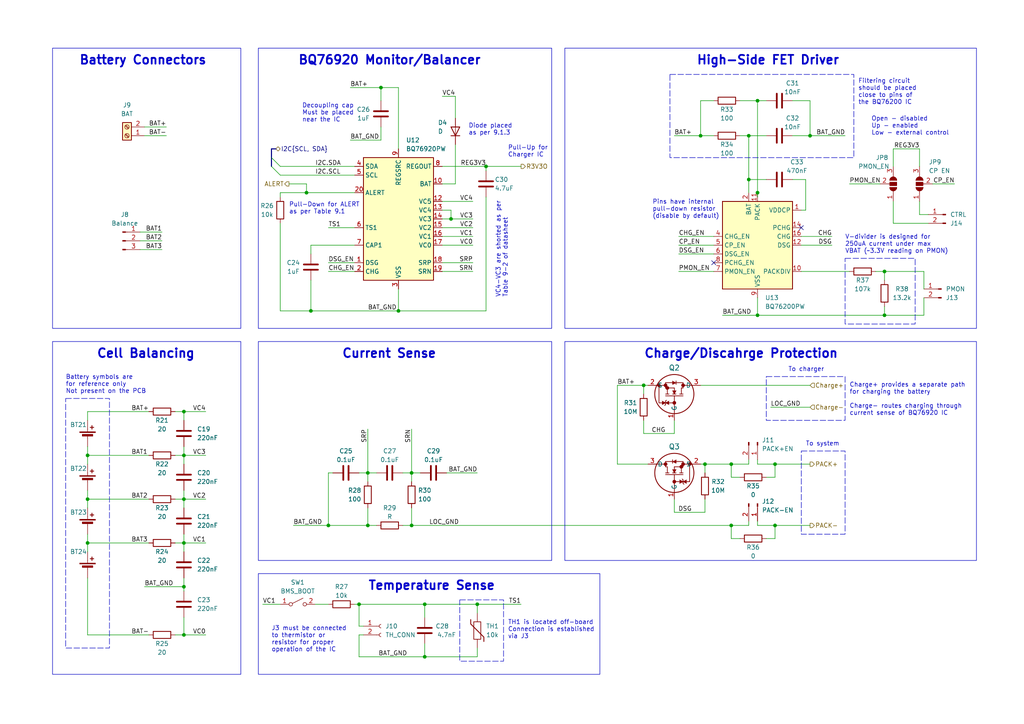
<source format=kicad_sch>
(kicad_sch (version 20231120) (generator "eeschema") (generator_version "8.0")
  (paper "A4")
  (title_block (title "MoP - BMS") (rev "2") (company "Electronic Systems Engineering - Conestoga") (comment 1 "Matvey Regentov"))
  (lib_symbols
    (symbol "Battery_Management:BQ76200PW"
      (property "Reference" "U" (at -8.89 13.97 0))
      (property "Value" "BQ76200PW" (at 7.62 13.97 0))
      (symbol "BQ76200PW_0_1"
        (rectangle (start -10.16 -12.7) (end 10.16 12.7) (stroke (width 0.254)) (fill (type background)))
      )
      (symbol "BQ76200PW_1_1"
        (pin output line (at 12.7 10.16 180) (length 2.54) (name "VDDCP") (number "1"))
        (pin output line (at 12.7 -7.62 180) (length 2.54) (name "PACKDIV") (number "10"))
        (pin power_in line (at 0 15.24 270) (length 2.54) (name "PACK") (number "11"))
        (pin output line (at 12.7 0 180) (length 2.54) (name "DSG") (number "12"))
        (pin no_connect line (at -10.16 7.62 0) (length 2.54) hide (name "NC") (number "13"))
        (pin output line (at 12.7 5.08 180) (length 2.54) (name "PCHG") (number "14"))
        (pin no_connect line (at -10.16 5.08 0) (length 2.54) hide (name "NC") (number "15"))
        (pin output line (at 12.7 2.54 180) (length 2.54) (name "CHG") (number "16"))
        (pin power_in line (at -2.54 15.24 270) (length 2.54) (name "BAT") (number "2"))
        (pin no_connect line (at -10.16 10.16 0) (length 2.54) hide (name "NC") (number "3"))
        (pin input line (at -12.7 2.54 0) (length 2.54) (name "CHG_EN") (number "4"))
        (pin input line (at -12.7 0 0) (length 2.54) (name "CP_EN") (number "5"))
        (pin input line (at -12.7 -2.54 0) (length 2.54) (name "DSG_EN") (number "6"))
        (pin input line (at -12.7 -7.62 0) (length 2.54) (name "PMON_EN") (number "7"))
        (pin input line (at -12.7 -5.08 0) (length 2.54) (name "PCHG_EN") (number "8"))
        (pin power_in line (at 0 -15.24 90) (length 2.54) (name "VSS") (number "9"))
      )
    )
    (symbol "Battery_Management:BQ76920PW"
      (property "Reference" "U" (at -10.16 19.05 0))
      (property "Value" "BQ76920PW" (at 12.7 19.05 0))
      (symbol "BQ76920PW_0_1"
        (rectangle (start -10.16 17.78) (end 10.16 -17.78) (stroke (width 0.254)) (fill (type background)))
      )
      (symbol "BQ76920PW_1_0"
        (pin input line (at 12.7 10.16 180) (length 2.54) (name "BAT") (number "10"))
        (pin no_connect line (at -2.54 -17.78 90) (length 2.54) hide (name "NC") (number "11"))
        (pin input line (at 12.7 5.08 180) (length 2.54) (name "VC5") (number "12"))
        (pin input line (at 12.7 2.54 180) (length 2.54) (name "VC4") (number "13"))
        (pin input line (at 12.7 0 180) (length 2.54) (name "VC3") (number "14"))
        (pin input line (at 12.7 -2.54 180) (length 2.54) (name "VC2") (number "15"))
        (pin input line (at 12.7 -5.08 180) (length 2.54) (name "VC1") (number "16"))
        (pin input line (at 12.7 -7.62 180) (length 2.54) (name "VC0") (number "17"))
        (pin input line (at 12.7 -12.7 180) (length 2.54) (name "SRP") (number "18"))
        (pin input line (at 12.7 -15.24 180) (length 2.54) (name "SRN") (number "19"))
        (pin bidirectional line (at -12.7 7.62 0) (length 2.54) (name "ALERT") (number "20"))
        (pin passive line (at -12.7 -2.54 0) (length 2.54) (name "TS1") (number "6"))
        (pin passive line (at -12.7 -7.62 0) (length 2.54) (name "CAP1") (number "7"))
        (pin power_out line (at 12.7 15.24 180) (length 2.54) (name "REGOUT") (number "8"))
        (pin power_in line (at 0 20.32 270) (length 2.54) (name "REGSRC") (number "9"))
      )
      (symbol "BQ76920PW_1_1"
        (pin output line (at -12.7 -12.7 0) (length 2.54) (name "DSG") (number "1"))
        (pin output line (at -12.7 -15.24 0) (length 2.54) (name "CHG") (number "2"))
        (pin power_in line (at 0 -20.32 90) (length 2.54) (name "VSS") (number "3"))
        (pin bidirectional line (at -12.7 15.24 0) (length 2.54) (name "SDA") (number "4"))
        (pin input line (at -12.7 12.7 0) (length 2.54) (name "SCL") (number "5"))
      )
    )
    (symbol "Connector:Conn_01x02_Pin" (pin_names (offset 1.016) hide)
      (property "Reference" "J" (at 0 2.54 0))
      (property "Value" "Conn_01x02_Pin" (at 0 -5.08 0))
      (symbol "Conn_01x02_Pin_1_1"
        (polyline (pts (xy 1.27 -2.54) (xy 0.8636 -2.54)) (stroke (width 0.1524)))
        (polyline (pts (xy 1.27 0) (xy 0.8636 0)) (stroke (width 0.1524)))
        (rectangle (start 0.8636 -2.413) (end 0 -2.667) (stroke (width 0.1524)) (fill (type outline)))
        (rectangle (start 0.8636 0.127) (end 0 -0.127) (stroke (width 0.1524)) (fill (type outline)))
        (pin passive line (at 5.08 0 180) (length 3.81) (name "Pin_1") (number "1"))
        (pin passive line (at 5.08 -2.54 180) (length 3.81) (name "Pin_2") (number "2"))
      )
    )
    (symbol "Connector:Conn_01x02_Socket" (pin_names (offset 1.016) hide)
      (property "Reference" "J" (at 0 2.54 0))
      (property "Value" "Conn_01x02_Socket" (at 0 -5.08 0))
      (symbol "Conn_01x02_Socket_1_1"
        (arc (start 0 -2.032) (mid -0.5058 -2.54) (end 0 -3.048) (stroke (width 0.1524)))
        (polyline (pts (xy -1.27 -2.54) (xy -0.508 -2.54)) (stroke (width 0.1524)))
        (polyline (pts (xy -1.27 0) (xy -0.508 0)) (stroke (width 0.1524)))
        (arc (start 0 0.508) (mid -0.5058 0) (end 0 -0.508) (stroke (width 0.1524)))
        (pin passive line (at -5.08 0 0) (length 3.81) (name "Pin_1") (number "1"))
        (pin passive line (at -5.08 -2.54 0) (length 3.81) (name "Pin_2") (number "2"))
      )
    )
    (symbol "Connector:Conn_01x03_Pin" (pin_names (offset 1.016) hide)
      (property "Reference" "J" (at 0 5.08 0))
      (property "Value" "Conn_01x03_Pin" (at 0 -5.08 0))
      (symbol "Conn_01x03_Pin_1_1"
        (polyline (pts (xy 1.27 -2.54) (xy 0.8636 -2.54)) (stroke (width 0.1524)))
        (polyline (pts (xy 1.27 0) (xy 0.8636 0)) (stroke (width 0.1524)))
        (polyline (pts (xy 1.27 2.54) (xy 0.8636 2.54)) (stroke (width 0.1524)))
        (rectangle (start 0.8636 -2.413) (end 0 -2.667) (stroke (width 0.1524)) (fill (type outline)))
        (rectangle (start 0.8636 0.127) (end 0 -0.127) (stroke (width 0.1524)) (fill (type outline)))
        (rectangle (start 0.8636 2.667) (end 0 2.413) (stroke (width 0.1524)) (fill (type outline)))
        (pin passive line (at 5.08 2.54 180) (length 3.81) (name "Pin_1") (number "1"))
        (pin passive line (at 5.08 0 180) (length 3.81) (name "Pin_2") (number "2"))
        (pin passive line (at 5.08 -2.54 180) (length 3.81) (name "Pin_3") (number "3"))
      )
    )
    (symbol "Connector:Screw_Terminal_01x02" (pin_names (offset 1.016) hide)
      (property "Reference" "J" (at 0 2.54 0))
      (property "Value" "Screw_Terminal_01x02" (at 0 -5.08 0))
      (symbol "Screw_Terminal_01x02_1_1"
        (rectangle (start -1.27 1.27) (end 1.27 -3.81) (stroke (width 0.254)) (fill (type background)))
        (circle (center 0 -2.54) (radius 0.635) (stroke (width 0.1524)))
        (polyline (pts (xy -0.5334 -2.2098) (xy 0.3302 -3.048)) (stroke (width 0.1524)))
        (polyline (pts (xy -0.5334 0.3302) (xy 0.3302 -0.508)) (stroke (width 0.1524)))
        (polyline (pts (xy -0.3556 -2.032) (xy 0.508 -2.8702)) (stroke (width 0.1524)))
        (polyline (pts (xy -0.3556 0.508) (xy 0.508 -0.3302)) (stroke (width 0.1524)))
        (circle (center 0 0) (radius 0.635) (stroke (width 0.1524)))
        (pin passive line (at -5.08 0 0) (length 3.81) (name "Pin_1") (number "1"))
        (pin passive line (at -5.08 -2.54 0) (length 3.81) (name "Pin_2") (number "2"))
      )
    )
    (symbol "Device:Battery_Cell" (pin_numbers hide) (pin_names (offset 0) hide)
      (property "Reference" "BT" (at 2.54 2.54 0))
      (property "Value" "Battery_Cell" (at 2.54 0 0))
      (symbol "Battery_Cell_0_1"
        (rectangle (start -2.286 1.778) (end 2.286 1.524) (fill (type outline)))
        (rectangle (start -1.524 1.016) (end 1.524 0.508) (fill (type outline)))
        (polyline (pts (xy 0 0.762) (xy 0 0)))
        (polyline (pts (xy 0 1.778) (xy 0 2.54)))
        (polyline (pts (xy 0.762 3.048) (xy 1.778 3.048)) (stroke (width 0.254)))
        (polyline (pts (xy 1.27 3.556) (xy 1.27 2.54)) (stroke (width 0.254)))
      )
      (symbol "Battery_Cell_1_1"
        (pin passive line (at 0 5.08 270) (length 2.54) (name "+") (number "1"))
        (pin passive line (at 0 -2.54 90) (length 2.54) (name "-") (number "2"))
      )
    )
    (symbol "Device:C" (pin_numbers hide) (pin_names (offset 0.254))
      (property "Reference" "C" (at 0.635 2.54 0))
      (property "Value" "C" (at 0.635 -2.54 0))
      (symbol "C_0_1"
        (polyline (pts (xy -2.032 -0.762) (xy 2.032 -0.762)) (stroke (width 0.508)))
        (polyline (pts (xy -2.032 0.762) (xy 2.032 0.762)) (stroke (width 0.508)))
      )
      (symbol "C_1_1"
        (pin passive line (at 0 3.81 270) (length 2.794) (name "~") (number "1"))
        (pin passive line (at 0 -3.81 90) (length 2.794) (name "~") (number "2"))
      )
    )
    (symbol "Device:D" (pin_numbers hide) (pin_names (offset 1.016) hide)
      (property "Reference" "D" (at 0 2.54 0))
      (property "Value" "D" (at 0 -2.54 0))
      (symbol "D_0_1"
        (polyline (pts (xy -1.27 1.27) (xy -1.27 -1.27)) (stroke (width 0.254)))
        (polyline (pts (xy 1.27 0) (xy -1.27 0)))
        (polyline (pts (xy 1.27 1.27) (xy 1.27 -1.27) (xy -1.27 0) (xy 1.27 1.27)) (stroke (width 0.254)))
      )
      (symbol "D_1_1"
        (pin passive line (at -3.81 0 0) (length 2.54) (name "K") (number "1"))
        (pin passive line (at 3.81 0 180) (length 2.54) (name "A") (number "2"))
      )
    )
    (symbol "Device:R" (pin_numbers hide) (pin_names (offset 0))
      (property "Reference" "R" (at 2.032 0 90))
      (property "Value" "R" (at 0 0 90))
      (symbol "R_0_1"
        (rectangle (start -1.016 -2.54) (end 1.016 2.54) (stroke (width 0.254)))
      )
      (symbol "R_1_1"
        (pin passive line (at 0 3.81 270) (length 1.27) (name "~") (number "1"))
        (pin passive line (at 0 -3.81 90) (length 1.27) (name "~") (number "2"))
      )
    )
    (symbol "Device:Thermistor" (pin_numbers hide) (pin_names (offset 0))
      (property "Reference" "TH" (at 2.54 1.27 90))
      (property "Value" "Thermistor" (at -2.54 0 90))
      (symbol "Thermistor_0_1"
        (rectangle (start -1.016 2.54) (end 1.016 -2.54) (stroke (width 0.2032)))
        (polyline (pts (xy -1.905 3.175) (xy -1.905 1.905) (xy 1.905 -1.905) (xy 1.905 -3.175) (xy 1.905 -3.175)) (stroke (width 0.254)))
      )
      (symbol "Thermistor_1_1"
        (pin passive line (at 0 5.08 270) (length 2.54) (name "~") (number "1"))
        (pin passive line (at 0 -5.08 90) (length 2.54) (name "~") (number "2"))
      )
    )
    (symbol "Jumper:SolderJumper_3_Open" (pin_names (offset 0) hide)
      (property "Reference" "JP" (at -2.54 -2.54 0))
      (property "Value" "SolderJumper_3_Open" (at 0 2.794 0))
      (symbol "SolderJumper_3_Open_0_1"
        (arc (start -1.016 1.016) (mid -2.0276 0) (end -1.016 -1.016))
        (arc (start -1.016 1.016) (mid -2.0276 0) (end -1.016 -1.016) (fill (type outline)))
        (rectangle (start -0.508 1.016) (end 0.508 -1.016) (fill (type outline)))
        (polyline (pts (xy -2.54 0) (xy -2.032 0)))
        (polyline (pts (xy -1.016 1.016) (xy -1.016 -1.016)))
        (polyline (pts (xy 0 -1.27) (xy 0 -1.016)))
        (polyline (pts (xy 1.016 1.016) (xy 1.016 -1.016)))
        (polyline (pts (xy 2.54 0) (xy 2.032 0)))
        (arc (start 1.016 -1.016) (mid 2.0276 0) (end 1.016 1.016))
        (arc (start 1.016 -1.016) (mid 2.0276 0) (end 1.016 1.016) (fill (type outline)))
      )
      (symbol "SolderJumper_3_Open_1_1"
        (pin passive line (at -5.08 0 0) (length 2.54) (name "A") (number "1"))
        (pin passive line (at 0 -3.81 90) (length 2.54) (name "C") (number "2"))
        (pin passive line (at 5.08 0 180) (length 2.54) (name "B") (number "3"))
      )
    )
    (symbol "MatsKiLibrary:SSM3K341TU_LF" (pin_names (offset 0.254))
      (property "Reference" "Q" (at 3.81 1.27 0))
      (symbol "SSM3K341TU_LF_0_1"
        (circle (center -6.35 0) (radius 0.0254) (stroke (width 0.508)))
        (circle (center -3.81 0) (radius 5.6767) (stroke (width 0.254)))
        (circle (center -2.032 -2.032) (radius 0.0254) (stroke (width 0.508)))
        (circle (center -1.27 -4.445) (radius 0.0001) (stroke (width 0.508)))
        (circle (center -1.27 -2.54) (radius 0.0254) (stroke (width 0.508)))
        (circle (center -1.27 2.54) (radius 0.0254) (stroke (width 0.508)))
        (polyline (pts (xy -8.89 0) (xy -4.318 0)) (stroke (width 0.2032)))
        (polyline (pts (xy -6.858 -2.54) (xy -7.112 -2.794)) (stroke (width 0.2032)))
        (polyline (pts (xy -6.35 -4.445) (xy -6.35 -3.556)) (stroke (width 0.2032)))
        (polyline (pts (xy -6.35 -1.524) (xy -6.35 0)) (stroke (width 0.2032)))
        (polyline (pts (xy -5.842 -2.54) (xy -6.858 -2.54)) (stroke (width 0.2032)))
        (polyline (pts (xy -5.842 -2.54) (xy -5.588 -2.286)) (stroke (width 0.2032)))
        (polyline (pts (xy -4.318 -2.54) (xy -4.318 2.54)) (stroke (width 0.2032)))
        (polyline (pts (xy -3.81 -2.54) (xy -3.81 -1.524)) (stroke (width 0.2032)))
        (polyline (pts (xy -3.81 -2.032) (xy -2.032 -2.032)) (stroke (width 0.2032)))
        (polyline (pts (xy -3.81 -0.508) (xy -3.81 0.508)) (stroke (width 0.2032)))
        (polyline (pts (xy -3.81 1.524) (xy -3.81 2.54)) (stroke (width 0.2032)))
        (polyline (pts (xy -3.81 2.032) (xy -2.032 2.032)) (stroke (width 0.2032)))
        (polyline (pts (xy -2.794 0) (xy -2.032 0)) (stroke (width 0.2032)))
        (polyline (pts (xy -2.032 -2.54) (xy -2.032 0)) (stroke (width 0.2032)))
        (polyline (pts (xy -2.032 -2.54) (xy -0.508 -2.54)) (stroke (width 0.2032)))
        (polyline (pts (xy -2.032 2.032) (xy -2.032 2.54)) (stroke (width 0.2032)))
        (polyline (pts (xy -2.032 2.54) (xy -0.508 2.54)) (stroke (width 0.2032)))
        (polyline (pts (xy -1.27 -4.445) (xy -6.35 -4.445)) (stroke (width 0.2032)))
        (polyline (pts (xy -1.27 -2.54) (xy -1.27 -5.08)) (stroke (width 0.2032)))
        (polyline (pts (xy -1.27 3.81) (xy -1.27 2.54)) (stroke (width 0.2032)))
        (polyline (pts (xy -1.27 3.81) (xy -1.27 5.08)) (stroke (width 0.2032)))
        (polyline (pts (xy -0.508 -2.54) (xy -0.508 -0.508)) (stroke (width 0.2032)))
        (polyline (pts (xy -0.508 0.508) (xy -0.508 2.54)) (stroke (width 0.2032)))
        (polyline (pts (xy 0 0.508) (xy -1.016 0.508)) (stroke (width 0.2032)))
        (polyline (pts (xy -6.858 -1.524) (xy -6.35 -2.54) (xy -5.842 -1.524)) (fill (type outline)))
        (polyline (pts (xy -5.842 -3.556) (xy -6.35 -2.54) (xy -6.858 -3.556)) (fill (type outline)))
        (polyline (pts (xy -2.794 0.508) (xy -3.81 0) (xy -2.794 -0.508)) (fill (type outline)))
        (polyline (pts (xy 0 -0.508) (xy -1.016 -0.508) (xy -0.508 0.508)) (fill (type outline)))
        (pin unspecified line (at -11.43 0 0) (length 2.54) (name "G") (number "1"))
        (pin unspecified line (at -1.27 -7.62 90) (length 2.54) (name "S") (number "2"))
        (pin unspecified line (at -1.27 7.62 270) (length 2.54) (name "D") (number "3"))
      )
    )
    (symbol "Switch:SW_SPST" (pin_names (offset 0) hide)
      (property "Reference" "SW" (at 0 3.175 0))
      (property "Value" "SW_SPST" (at 0 -2.54 0))
      (symbol "SW_SPST_0_0"
        (circle (center -2.032 0) (radius 0.508))
        (polyline (pts (xy -1.524 0.254) (xy 1.524 1.778)))
        (circle (center 2.032 0) (radius 0.508))
      )
      (symbol "SW_SPST_1_1"
        (pin passive line (at -5.08 0 0) (length 2.54) (name "A") (number "1"))
        (pin passive line (at 5.08 0 180) (length 2.54) (name "B") (number "2"))
      )
    )
  )
  (junction (at 204.47 134.62))
  (junction (at 186.69 111.76))
  (junction (at 217.17 39.37))
  (junction (at 234.95 39.37))
  (junction (at 53.34 184.15))
  (junction (at 219.71 29.21))
  (junction (at 123.19 190.5))
  (junction (at 53.34 119.38))
  (junction (at 217.17 52.07))
  (junction (at 25.4 144.78))
  (junction (at 90.17 90.17))
  (junction (at 119.38 137.16))
  (junction (at 219.71 55.88))
  (junction (at 110.49 25.4))
  (junction (at 53.34 132.08))
  (junction (at 88.9 55.88))
  (junction (at 119.38 152.4))
  (junction (at 203.2 39.37))
  (junction (at 95.25 152.4))
  (junction (at 224.79 134.62))
  (junction (at 212.09 134.62))
  (junction (at 106.68 137.16))
  (junction (at 224.79 152.4))
  (junction (at 25.4 132.08))
  (junction (at 104.14 175.26))
  (junction (at 256.54 91.44))
  (junction (at 256.54 78.74))
  (junction (at 212.09 152.4))
  (junction (at 53.34 157.48))
  (junction (at 130.81 63.5))
  (junction (at 106.68 152.4))
  (junction (at 25.4 157.48))
  (junction (at 53.34 170.18))
  (junction (at 53.34 144.78))
  (junction (at 138.43 175.26))
  (junction (at 123.19 175.26))
  (junction (at 140.97 48.26))
  (junction (at 115.57 90.17))
  (junction (at 219.71 91.44))
  (no_connect (at 207.01 76.2))
  (no_connect (at 232.41 66.04))
  (bus_entry (at 81.28 48.26) (size -2.54 -2.54))
  (bus_entry (at 81.28 50.8) (size -2.54 -2.54))
  (wire (pts (xy 106.68 137.16) (xy 106.68 139.7)))
  (wire (pts (xy 95.25 78.74) (xy 102.87 78.74)))
  (wire (pts (xy 104.14 175.26) (xy 123.19 175.26)))
  (wire (pts (xy 41.91 39.37) (xy 48.26 39.37)))
  (wire (pts (xy 132.08 53.34) (xy 128.27 53.34)))
  (wire (pts (xy 59.69 132.08) (xy 53.34 132.08)))
  (wire (pts (xy 186.69 121.92) (xy 186.69 125.73)))
  (wire (pts (xy 219.71 152.4) (xy 224.79 152.4)))
  (wire (pts (xy 110.49 25.4) (xy 110.49 29.21)))
  (wire (pts (xy 140.97 49.53) (xy 140.97 48.26)))
  (wire (pts (xy 212.09 138.43) (xy 212.09 134.62)))
  (wire (pts (xy 116.84 137.16) (xy 119.38 137.16)))
  (wire (pts (xy 137.16 63.5) (xy 130.81 63.5)))
  (wire (pts (xy 233.68 52.07) (xy 229.87 52.07)))
  (wire (pts (xy 186.69 114.3) (xy 186.69 111.76)))
  (wire (pts (xy 88.9 55.88) (xy 102.87 55.88)))
  (wire (pts (xy 128.27 76.2) (xy 137.16 76.2)))
  (wire (pts (xy 179.07 111.76) (xy 186.69 111.76)))
  (wire (pts (xy 267.97 83.82) (xy 267.97 78.74)))
  (wire (pts (xy 104.14 137.16) (xy 106.68 137.16)))
  (wire (pts (xy 209.55 91.44) (xy 219.71 91.44)))
  (wire (pts (xy 85.09 152.4) (xy 95.25 152.4)))
  (wire (pts (xy 119.38 152.4) (xy 116.84 152.4)))
  (wire (pts (xy 223.52 118.11) (xy 234.95 118.11)))
  (wire (pts (xy 138.43 175.26) (xy 151.13 175.26)))
  (wire (pts (xy 53.34 144.78) (xy 53.34 147.32)))
  (wire (pts (xy 123.19 175.26) (xy 138.43 175.26)))
  (wire (pts (xy 25.4 132.08) (xy 43.18 132.08)))
  (wire (pts (xy 104.14 181.61) (xy 104.14 175.26)))
  (wire (pts (xy 59.69 184.15) (xy 53.34 184.15)))
  (wire (pts (xy 219.71 29.21) (xy 219.71 55.88)))
  (wire (pts (xy 46.99 67.31) (xy 40.64 67.31)))
  (wire (pts (xy 25.4 132.08) (xy 25.4 134.62)))
  (wire (pts (xy 25.4 144.78) (xy 25.4 147.32)))
  (wire (pts (xy 81.28 57.15) (xy 81.28 55.88)))
  (wire (pts (xy 224.79 156.21) (xy 224.79 152.4)))
  (wire (pts (xy 270.51 53.34) (xy 276.86 53.34)))
  (wire (pts (xy 53.34 167.64) (xy 53.34 170.18)))
  (wire (pts (xy 224.79 138.43) (xy 224.79 134.62)))
  (wire (pts (xy 196.85 78.74) (xy 207.01 78.74)))
  (wire (pts (xy 128.27 60.96) (xy 130.81 60.96)))
  (wire (pts (xy 232.41 78.74) (xy 246.38 78.74)))
  (wire (pts (xy 204.47 137.16) (xy 204.47 134.62)))
  (wire (pts (xy 219.71 29.21) (xy 222.25 29.21)))
  (wire (pts (xy 138.43 190.5) (xy 123.19 190.5)))
  (wire (pts (xy 203.2 111.76) (xy 234.95 111.76)))
  (wire (pts (xy 53.34 119.38) (xy 50.8 119.38)))
  (wire (pts (xy 96.52 137.16) (xy 95.25 137.16)))
  (wire (pts (xy 95.25 76.2) (xy 102.87 76.2)))
  (wire (pts (xy 25.4 154.94) (xy 25.4 157.48)))
  (wire (pts (xy 119.38 152.4) (xy 212.09 152.4)))
  (wire (pts (xy 25.4 144.78) (xy 43.18 144.78)))
  (wire (pts (xy 138.43 187.96) (xy 138.43 190.5)))
  (wire (pts (xy 204.47 148.59) (xy 204.47 144.78)))
  (bus (pts (xy 78.74 48.26) (xy 78.74 45.72)))
  (wire (pts (xy 121.92 137.16) (xy 119.38 137.16)))
  (wire (pts (xy 115.57 25.4) (xy 115.57 43.18)))
  (wire (pts (xy 219.71 91.44) (xy 219.71 86.36)))
  (wire (pts (xy 25.4 142.24) (xy 25.4 144.78)))
  (wire (pts (xy 222.25 156.21) (xy 224.79 156.21)))
  (wire (pts (xy 95.25 152.4) (xy 106.68 152.4)))
  (wire (pts (xy 123.19 186.69) (xy 123.19 190.5)))
  (wire (pts (xy 88.9 53.34) (xy 88.9 55.88)))
  (wire (pts (xy 53.34 154.94) (xy 53.34 157.48)))
  (wire (pts (xy 115.57 90.17) (xy 115.57 83.82)))
  (wire (pts (xy 233.68 60.96) (xy 233.68 52.07)))
  (wire (pts (xy 50.8 144.78) (xy 53.34 144.78)))
  (wire (pts (xy 267.97 91.44) (xy 256.54 91.44)))
  (wire (pts (xy 219.71 91.44) (xy 256.54 91.44)))
  (wire (pts (xy 104.14 175.26) (xy 102.87 175.26)))
  (wire (pts (xy 212.09 156.21) (xy 214.63 156.21)))
  (wire (pts (xy 119.38 137.16) (xy 119.38 139.7)))
  (wire (pts (xy 53.34 142.24) (xy 53.34 144.78)))
  (wire (pts (xy 195.58 144.78) (xy 195.58 148.59)))
  (wire (pts (xy 217.17 151.13) (xy 217.17 152.4)))
  (wire (pts (xy 217.17 133.35) (xy 217.17 134.62)))
  (wire (pts (xy 76.2 175.26) (xy 81.28 175.26)))
  (wire (pts (xy 203.2 39.37) (xy 207.01 39.37)))
  (wire (pts (xy 59.69 157.48) (xy 53.34 157.48)))
  (wire (pts (xy 219.71 133.35) (xy 219.71 134.62)))
  (wire (pts (xy 217.17 39.37) (xy 217.17 52.07)))
  (wire (pts (xy 106.68 124.46) (xy 106.68 137.16)))
  (wire (pts (xy 229.87 39.37) (xy 234.95 39.37)))
  (wire (pts (xy 219.71 134.62) (xy 224.79 134.62)))
  (wire (pts (xy 90.17 90.17) (xy 115.57 90.17)))
  (wire (pts (xy 104.14 184.15) (xy 105.41 184.15)))
  (wire (pts (xy 207.01 29.21) (xy 203.2 29.21)))
  (wire (pts (xy 196.85 71.12) (xy 207.01 71.12)))
  (wire (pts (xy 204.47 134.62) (xy 203.2 134.62)))
  (wire (pts (xy 204.47 134.62) (xy 212.09 134.62)))
  (wire (pts (xy 123.19 190.5) (xy 104.14 190.5)))
  (wire (pts (xy 53.34 170.18) (xy 53.34 171.45)))
  (wire (pts (xy 81.28 48.26) (xy 102.87 48.26)))
  (wire (pts (xy 140.97 90.17) (xy 115.57 90.17)))
  (wire (pts (xy 234.95 39.37) (xy 245.11 39.37)))
  (wire (pts (xy 90.17 71.12) (xy 90.17 73.66)))
  (wire (pts (xy 81.28 50.8) (xy 102.87 50.8)))
  (wire (pts (xy 269.24 62.23) (xy 266.7 62.23)))
  (wire (pts (xy 83.82 53.34) (xy 88.9 53.34)))
  (wire (pts (xy 224.79 152.4) (xy 234.95 152.4)))
  (wire (pts (xy 53.34 144.78) (xy 59.69 144.78)))
  (wire (pts (xy 266.7 43.18) (xy 259.08 43.18)))
  (wire (pts (xy 137.16 71.12) (xy 128.27 71.12)))
  (wire (pts (xy 232.41 68.58) (xy 241.3 68.58)))
  (wire (pts (xy 267.97 78.74) (xy 256.54 78.74)))
  (wire (pts (xy 186.69 111.76) (xy 187.96 111.76)))
  (wire (pts (xy 195.58 125.73) (xy 195.58 121.92)))
  (wire (pts (xy 128.27 78.74) (xy 137.16 78.74)))
  (wire (pts (xy 132.08 27.94) (xy 132.08 34.29)))
  (wire (pts (xy 46.99 69.85) (xy 40.64 69.85)))
  (wire (pts (xy 95.25 137.16) (xy 95.25 152.4)))
  (wire (pts (xy 187.96 134.62) (xy 179.07 134.62)))
  (wire (pts (xy 212.09 152.4) (xy 217.17 152.4)))
  (wire (pts (xy 101.6 40.64) (xy 110.49 40.64)))
  (wire (pts (xy 102.87 71.12) (xy 90.17 71.12)))
  (wire (pts (xy 130.81 63.5) (xy 128.27 63.5)))
  (wire (pts (xy 137.16 66.04) (xy 128.27 66.04)))
  (wire (pts (xy 212.09 134.62) (xy 217.17 134.62)))
  (wire (pts (xy 109.22 152.4) (xy 106.68 152.4)))
  (wire (pts (xy 140.97 57.15) (xy 140.97 90.17)))
  (wire (pts (xy 46.99 72.39) (xy 40.64 72.39)))
  (wire (pts (xy 224.79 134.62) (xy 234.95 134.62)))
  (wire (pts (xy 256.54 78.74) (xy 254 78.74)))
  (wire (pts (xy 219.71 151.13) (xy 219.71 152.4)))
  (wire (pts (xy 110.49 40.64) (xy 110.49 36.83)))
  (wire (pts (xy 256.54 88.9) (xy 256.54 91.44)))
  (wire (pts (xy 186.69 125.73) (xy 195.58 125.73)))
  (wire (pts (xy 234.95 29.21) (xy 234.95 39.37)))
  (wire (pts (xy 81.28 64.77) (xy 81.28 90.17)))
  (wire (pts (xy 25.4 119.38) (xy 25.4 121.92)))
  (wire (pts (xy 214.63 29.21) (xy 219.71 29.21)))
  (wire (pts (xy 110.49 25.4) (xy 115.57 25.4)))
  (wire (pts (xy 232.41 71.12) (xy 241.3 71.12)))
  (wire (pts (xy 25.4 119.38) (xy 43.18 119.38)))
  (bus (pts (xy 78.74 45.72) (xy 78.74 43.18)))
  (wire (pts (xy 105.41 181.61) (xy 104.14 181.61)))
  (wire (pts (xy 269.24 64.77) (xy 259.08 64.77)))
  (wire (pts (xy 229.87 29.21) (xy 234.95 29.21)))
  (wire (pts (xy 101.6 25.4) (xy 110.49 25.4)))
  (wire (pts (xy 195.58 39.37) (xy 203.2 39.37)))
  (wire (pts (xy 53.34 157.48) (xy 53.34 160.02)))
  (bus (pts (xy 80.01 43.18) (xy 78.74 43.18)))
  (wire (pts (xy 256.54 81.28) (xy 256.54 78.74)))
  (wire (pts (xy 53.34 129.54) (xy 53.34 132.08)))
  (wire (pts (xy 119.38 147.32) (xy 119.38 152.4)))
  (wire (pts (xy 232.41 60.96) (xy 233.68 60.96)))
  (wire (pts (xy 95.25 66.04) (xy 102.87 66.04)))
  (wire (pts (xy 130.81 60.96) (xy 130.81 63.5)))
  (wire (pts (xy 138.43 175.26) (xy 138.43 177.8)))
  (wire (pts (xy 266.7 62.23) (xy 266.7 58.42)))
  (wire (pts (xy 196.85 73.66) (xy 207.01 73.66)))
  (wire (pts (xy 90.17 81.28) (xy 90.17 90.17)))
  (wire (pts (xy 217.17 52.07) (xy 217.17 55.88)))
  (wire (pts (xy 128.27 27.94) (xy 132.08 27.94)))
  (wire (pts (xy 246.38 53.34) (xy 255.27 53.34)))
  (wire (pts (xy 196.85 68.58) (xy 207.01 68.58)))
  (wire (pts (xy 137.16 58.42) (xy 128.27 58.42)))
  (wire (pts (xy 25.4 129.54) (xy 25.4 132.08)))
  (wire (pts (xy 179.07 134.62) (xy 179.07 111.76)))
  (wire (pts (xy 53.34 119.38) (xy 59.69 119.38)))
  (wire (pts (xy 41.91 36.83) (xy 48.26 36.83)))
  (wire (pts (xy 129.54 137.16) (xy 138.43 137.16)))
  (wire (pts (xy 266.7 48.26) (xy 266.7 43.18)))
  (wire (pts (xy 140.97 48.26) (xy 128.27 48.26)))
  (wire (pts (xy 217.17 39.37) (xy 222.25 39.37)))
  (wire (pts (xy 50.8 184.15) (xy 53.34 184.15)))
  (wire (pts (xy 41.91 170.18) (xy 53.34 170.18)))
  (wire (pts (xy 195.58 148.59) (xy 204.47 148.59)))
  (wire (pts (xy 91.44 175.26) (xy 95.25 175.26)))
  (wire (pts (xy 217.17 52.07) (xy 222.25 52.07)))
  (wire (pts (xy 109.22 137.16) (xy 106.68 137.16)))
  (wire (pts (xy 219.71 57.15) (xy 219.71 55.88)))
  (wire (pts (xy 104.14 190.5) (xy 104.14 184.15)))
  (wire (pts (xy 119.38 124.46) (xy 119.38 137.16)))
  (wire (pts (xy 50.8 132.08) (xy 53.34 132.08)))
  (wire (pts (xy 53.34 179.07) (xy 53.34 184.15)))
  (wire (pts (xy 132.08 41.91) (xy 132.08 53.34)))
  (wire (pts (xy 137.16 68.58) (xy 128.27 68.58)))
  (wire (pts (xy 25.4 157.48) (xy 43.18 157.48)))
  (wire (pts (xy 259.08 43.18) (xy 259.08 48.26)))
  (wire (pts (xy 140.97 48.26) (xy 151.13 48.26)))
  (wire (pts (xy 203.2 29.21) (xy 203.2 39.37)))
  (wire (pts (xy 214.63 138.43) (xy 212.09 138.43)))
  (wire (pts (xy 53.34 121.92) (xy 53.34 119.38)))
  (wire (pts (xy 259.08 64.77) (xy 259.08 58.42)))
  (wire (pts (xy 81.28 55.88) (xy 88.9 55.88)))
  (wire (pts (xy 53.34 132.08) (xy 53.34 134.62)))
  (wire (pts (xy 212.09 156.21) (xy 212.09 152.4)))
  (wire (pts (xy 50.8 157.48) (xy 53.34 157.48)))
  (wire (pts (xy 106.68 152.4) (xy 106.68 147.32)))
  (wire (pts (xy 81.28 90.17) (xy 90.17 90.17)))
  (wire (pts (xy 214.63 39.37) (xy 217.17 39.37)))
  (wire (pts (xy 25.4 184.15) (xy 43.18 184.15)))
  (wire (pts (xy 267.97 86.36) (xy 267.97 91.44)))
  (wire (pts (xy 123.19 175.26) (xy 123.19 179.07)))
  (wire (pts (xy 222.25 138.43) (xy 224.79 138.43)))
  (wire (pts (xy 25.4 167.64) (xy 25.4 184.15)))
  (wire (pts (xy 25.4 157.48) (xy 25.4 160.02)))
  (rectangle (start 222.25 109.22) (end 245.11 121.92) (stroke (width 0) (type dash)))
  (rectangle (start 15.24 99.06) (end 69.85 195.58))
  (rectangle (start 163.83 99.06) (end 283.21 162.56))
  (rectangle (start 74.93 99.06) (end 160.02 162.56))
  (rectangle (start 133.35 173.99) (end 146.05 191.77) (stroke (width 0) (type dash)))
  (rectangle (start 194.31 21.59) (end 247.65 45.72) (stroke (width 0) (type dash)))
  (rectangle (start 245.11 74.93) (end 265.43 93.98) (stroke (width 0) (type dash)))
  (rectangle (start 74.93 166.37) (end 173.99 195.58))
  (rectangle (start 232.41 130.81) (end 245.11 154.94) (stroke (width 0) (type dash)))
  (rectangle (start 163.83 13.97) (end 283.21 95.25))
  (rectangle (start 19.05 115.57) (end 31.75 187.96) (stroke (width 0) (type dash)))
  (rectangle (start 74.93 13.97) (end 160.02 95.25))
  (rectangle (start 15.24 13.97) (end 69.85 95.25))
  (text "Charge/Discahrge Protection" (at 186.69 104.14 0) (effects (font (size 2.54 2.54) (thickness 0.508) (bold yes)) (justify left bottom)))
  (text "VC4-VC3 are shorted as per\nTable 9-2 of datasheet" (at 147.32 86.36 90) (effects (font (size 1.27 1.27)) (justify left bottom)))
  (text "Pull-Down for ALERT\nas per Table 9.1" (at 83.82 62.23 0) (effects (font (size 1.27 1.27)) (justify left bottom)))
  (text "Current Sense" (at 99.06 104.14 0) (effects (font (size 2.54 2.54) (thickness 0.508) (bold yes)) (justify left bottom)))
  (text "To system" (at 233.68 129.54 0) (effects (font (size 1.27 1.27)) (justify left bottom)))
  (text "V-divider is designed for\n250uA current under max\nVBAT (~3.3V reading on PMON)" (at 245.11 73.66 0) (effects (font (size 1.27 1.27)) (justify left bottom)))
  (text "Battery Connectors" (at 22.86 19.05 0) (effects (font (size 2.54 2.54) (thickness 0.508) (bold yes)) (justify left bottom)))
  (text "Charge+ provides a separate path\nfor charging the battery\n\nCharge- routes charging through\ncurrent sense of BQ76920 IC" (at 246.38 120.65 0) (effects (font (size 1.27 1.27)) (justify left bottom)))
  (text "Cell Balancing" (at 27.94 104.14 0) (effects (font (size 2.54 2.54) (thickness 0.508) (bold yes)) (justify left bottom)))
  (text "Decoupling cap\nMust be placed\nnear the IC" (at 87.63 35.56 0) (effects (font (size 1.27 1.27)) (justify left bottom)))
  (text "Battery symbols are \nfor reference only\nNot present on the PCB" (at 19.05 114.3 0) (effects (font (size 1.27 1.27)) (justify left bottom)))
  (text "To charger" (at 228.6 107.95 0) (effects (font (size 1.27 1.27)) (justify left bottom)))
  (text "TH1 is located off-board\nConnection is established\nvia J3" (at 147.32 185.42 0) (effects (font (size 1.27 1.27)) (justify left bottom)))
  (text "Pull-Up for\nCharger IC" (at 147.32 45.72 0) (effects (font (size 1.27 1.27)) (justify left bottom)))
  (text "Pins have internal\npull-down resistor\n(disable by default)" (at 189.23 63.5 0) (effects (font (size 1.27 1.27)) (justify left bottom)))
  (text "Open - disabled\nUp - enabled\nLow - external control" (at 252.73 39.37 0) (effects (font (size 1.27 1.27)) (justify left bottom)))
  (text "BQ76920 Monitor/Balancer" (at 86.36 19.05 0) (effects (font (size 2.54 2.54) (thickness 0.508) (bold yes)) (justify left bottom)))
  (text "Filtering circuit\nshould be placed\nclose to pins of\nthe BQ76200 IC" (at 248.92 30.48 0) (effects (font (size 1.27 1.27)) (justify left bottom)))
  (text "High-Side FET Driver" (at 201.93 19.05 0) (effects (font (size 2.54 2.54) (thickness 0.508) (bold yes)) (justify left bottom)))
  (text "Diode placed\nas per 9.1.3" (at 135.89 39.37 0) (effects (font (size 1.27 1.27)) (justify left bottom)))
  (text "Temperature Sense" (at 106.68 171.45 0) (effects (font (size 2.54 2.54) (thickness 0.508) (bold yes)) (justify left bottom)))
  (text "J3 must be connected\nto thermistor or\nresistor for proper\noperation of the IC" (at 78.74 189.23 0) (effects (font (size 1.27 1.27)) (justify left bottom)))
  (label "DSG_EN" (at 196.85 73.66 0))
  (label "BAT_GND" (at 118.11 190.5 180))
  (label "I2C.SCL" (at 91.44 50.8 0))
  (label "CHG" (at 241.3 68.58 180))
  (label "VC4" (at 128.27 27.94 0))
  (label "SRP" (at 137.16 76.2 180))
  (label "BAT_GND" (at 101.6 40.64 0))
  (label "CHG" (at 193.04 125.73 180))
  (label "CHG_EN" (at 95.25 78.74 0))
  (label "TS1" (at 151.13 175.26 180))
  (label "BAT_GND" (at 245.11 39.37 180))
  (label "BAT2" (at 46.99 69.85 180))
  (label "VC4" (at 137.16 58.42 180))
  (label "BAT1" (at 46.99 67.31 180))
  (label "VC4" (at 59.69 119.38 180))
  (label "PMON_EN" (at 196.85 78.74 0))
  (label "VC3" (at 59.69 132.08 180))
  (label "BAT+" (at 195.58 39.37 0))
  (label "BAT_GND" (at 85.09 152.4 0))
  (label "PMON_EN" (at 246.38 53.34 0))
  (label "VC2" (at 59.69 144.78 180))
  (label "SRP" (at 106.68 124.46 270))
  (label "LOC_GND" (at 124.46 152.4 0))
  (label "VC2" (at 137.16 66.04 180))
  (label "BAT2" (at 38.1 144.78 0))
  (label "BAT_GND" (at 209.55 91.44 0))
  (label "BAT+" (at 38.1 119.38 0))
  (label "TS1" (at 95.25 66.04 0))
  (label "DSG" (at 200.66 148.59 180))
  (label "BAT_GND" (at 138.43 137.16 180))
  (label "BAT3" (at 38.1 157.48 0))
  (label "CHG_EN" (at 196.85 68.58 0))
  (label "REG3V3" (at 140.97 48.26 180))
  (label "VC1" (at 76.2 175.26 0))
  (label "BAT3" (at 46.99 72.39 180))
  (label "BAT_GND" (at 41.91 170.18 0))
  (label "CP_EN" (at 276.86 53.34 180))
  (label "SRN" (at 119.38 124.46 270))
  (label "BAT1" (at 38.1 132.08 0))
  (label "VC0" (at 137.16 71.12 180))
  (label "BAT+" (at 48.26 36.83 180))
  (label "BAT+" (at 179.07 111.76 0))
  (label "BAT-" (at 48.26 39.37 180))
  (label "DSG_EN" (at 95.25 76.2 0))
  (label "BAT_GND" (at 106.68 90.17 0))
  (label "BAT+" (at 101.6 25.4 0))
  (label "I2C.SDA" (at 91.44 48.26 0))
  (label "VC1" (at 137.16 68.58 180))
  (label "VC0" (at 59.69 184.15 180))
  (label "CP_EN" (at 196.85 71.12 0))
  (label "VC3" (at 137.16 63.5 180))
  (label "REG3V3" (at 266.7 43.18 180))
  (label "LOC_GND" (at 223.52 118.11 0))
  (label "DSG" (at 241.3 71.12 180))
  (label "BAT-" (at 38.1 184.15 0))
  (label "SRN" (at 137.16 78.74 180))
  (label "VC1" (at 59.69 157.48 180))
  (hierarchical_label "I2C{SCL, SDA}" (shape bidirectional) (at 80.01 43.18 0))
  (hierarchical_label "ALERT" (shape output) (at 83.82 53.34 180))
  (hierarchical_label "PACK+" (shape output) (at 234.95 134.62 0))
  (hierarchical_label "PACK-" (shape output) (at 234.95 152.4 0))
  (hierarchical_label "Charge-" (shape input) (at 234.95 118.11 0))
  (hierarchical_label "Charge+" (shape input) (at 234.95 111.76 0))
  (hierarchical_label "R3V3O" (shape output) (at 151.13 48.26 0))
  (symbol (lib_id "Connector:Screw_Terminal_01x02") (at 36.83 39.37 180) (unit 1)
    (property "Reference" "J9" (at 36.83 30.48 0))
    (property "Value" "BAT" (at 36.83 33.02 0))
  )
  (symbol (lib_id "Device:C") (at 123.19 182.88 0) (unit 1)
    (property "Reference" "C28" (at 128.27 181.61 0))
    (property "Value" "4.7nF" (at 129.54 184.15 0))
  )
  (symbol (lib_id "Battery_Management:BQ76920PW") (at 115.57 63.5 0) (unit 1)
    (property "Reference" "U12" (at 117.7641 40.64 0) (effects (justify left)))
    (property "Value" "BQ76920PW" (at 117.7641 43.18 0) (effects (justify left)))
    (property "Footprint" "Package_SO:TSSOP-20_4.4x6.5mm_P0.65mm" (effects (hide yes)))
    (property "Datasheet" "http://www.ti.com/lit/ds/symlink/bq76920.pdf" (effects (hide yes)))
  )
  (symbol (lib_id "Connector:Conn_01x02_Pin") (at 219.71 128.27 270) (unit 1)
    (property "Reference" "J11" (at 220.98 127.635 90) (effects (justify left)))
    (property "Value" "PACK+EN" (at 220.98 130.175 90) (effects (justify left)))
    (property "Footprint" "Connector_PinHeader_2.54mm:PinHeader_1x02_P2.54mm_Vertical" (effects (hide yes)))
  )
  (symbol (lib_id "Device:R") (at 106.68 143.51 180) (unit 1)
    (property "Reference" "R28" (at 102.87 142.24 0))
    (property "Value" "100" (at 102.87 144.78 0))
  )
  (symbol (lib_id "Device:C") (at 110.49 33.02 180) (unit 1)
    (property "Reference" "C26" (at 105.41 31.75 0))
    (property "Value" "1uF" (at 105.41 34.29 0))
  )
  (symbol (lib_id "Device:C") (at 53.34 175.26 0) (unit 1)
    (property "Reference" "C23" (at 57.15 173.99 0) (effects (justify left)))
    (property "Value" "220nF" (at 57.15 176.53 0) (effects (justify left)))
  )
  (symbol (lib_id "Device:R") (at 46.99 184.15 90) (unit 1)
    (property "Reference" "R25" (at 46.99 186.69 90))
    (property "Value" "20" (at 46.99 189.23 90))
  )
  (symbol (lib_id "Jumper:SolderJumper_3_Open") (at 259.08 53.34 270) (mirror x) (unit 1)
    (property "Reference" "JP8" (at 254 45.72 90) (effects (justify left)))
    (property "Value" "PMON_EN" (at 248.92 48.26 90) (effects (justify left)))
  )
  (symbol (lib_id "Device:R") (at 210.82 29.21 90) (unit 1)
    (property "Reference" "R33" (at 210.82 31.75 90))
    (property "Value" "100" (at 210.82 34.29 90))
  )
  (symbol (lib_id "Device:C") (at 53.34 163.83 0) (unit 1)
    (property "Reference" "C22" (at 57.15 162.56 0) (effects (justify left)))
    (property "Value" "220nF" (at 57.15 165.1 0) (effects (justify left)))
  )
  (symbol (lib_id "Device:C") (at 125.73 137.16 90) (unit 1)
    (property "Reference" "C29" (at 125.73 130.81 90))
    (property "Value" "0.1uF" (at 125.73 133.35 90))
  )
  (symbol (lib_id "Device:R") (at 46.99 144.78 90) (unit 1)
    (property "Reference" "R23" (at 46.99 147.32 90))
    (property "Value" "20" (at 46.99 149.86 90))
  )
  (symbol (lib_id "Device:R") (at 210.82 39.37 90) (unit 1)
    (property "Reference" "R34" (at 210.82 41.91 90))
    (property "Value" "100" (at 210.82 44.45 90))
  )
  (symbol (lib_id "Device:Battery_Cell") (at 25.4 127 0) (unit 1) (on_board no)
    (property "Reference" "BT21" (at 20.32 123.19 0) (effects (justify left)))
    (property "Value" "Battery_Cell" (effects (hide yes)))
  )
  (symbol (lib_id "Connector:Conn_01x02_Pin") (at 274.32 62.23 0) (mirror y) (unit 1)
    (property "Reference" "J14" (at 275.59 64.77 0) (effects (justify right)))
    (property "Value" "CTRL" (at 275.59 62.23 0) (effects (justify right)))
    (property "Footprint" "Connector_PinHeader_2.54mm:PinHeader_1x02_P2.54mm_Vertical" (effects (hide yes)))
  )
  (symbol (lib_id "Connector:Conn_01x02_Pin") (at 273.05 83.82 0) (mirror y) (unit 1)
    (property "Reference" "J13" (at 274.32 86.36 0) (effects (justify right)))
    (property "Value" "PMON" (at 274.32 83.82 0) (effects (justify right)))
    (property "Footprint" "Connector_PinHeader_2.54mm:PinHeader_1x02_P2.54mm_Vertical" (effects (hide yes)))
  )
  (symbol (lib_id "Jumper:SolderJumper_3_Open") (at 266.7 53.34 90) (unit 1)
    (property "Reference" "JP9" (at 273.05 46.99 90) (effects (justify left)))
    (property "Value" "CP EN" (at 275.59 49.53 90) (effects (justify left)))
  )
  (symbol (lib_id "MatsKiLibrary:SSM3K341TU_LF") (at 195.58 110.49 270) (mirror x) (unit 1)
    (property "Reference" "Q2" (at 195.58 106.68 90) (effects (font (size 1.524 1.524))))
    (property "Value" "SSM3K341TU_LF" (effects (hide yes)))
    (property "Footprint" "MatsLibrary:SOT-323F_2-2U1S_UFM_TOS" (effects (hide yes)))
    (property "Datasheet" "https://toshiba.semicon-storage.com/info/SSM3K341TU_datasheet_en_20220311.pdf?did=56017&prodName=SSM3K341TU" (effects (hide yes)))
  )
  (symbol (lib_id "Device:C") (at 90.17 77.47 180) (unit 1)
    (property "Reference" "C24" (at 85.09 76.2 0))
    (property "Value" "1uF" (at 85.09 78.74 0))
  )
  (symbol (lib_id "Device:C") (at 226.06 39.37 270) (unit 1)
    (property "Reference" "C32" (at 229.87 34.29 90))
    (property "Value" "10nF" (at 229.87 36.83 90))
  )
  (symbol (lib_id "Device:C") (at 140.97 53.34 180) (unit 1)
    (property "Reference" "C30" (at 143.51 52.07 0) (effects (justify right)))
    (property "Value" "4.7uF" (at 143.51 54.61 0) (effects (justify right)))
  )
  (symbol (lib_id "Device:C") (at 226.06 29.21 270) (unit 1)
    (property "Reference" "C31" (at 229.87 24.13 90))
    (property "Value" "10nF" (at 229.87 26.67 90))
  )
  (symbol (lib_id "Device:R") (at 218.44 156.21 90) (unit 1)
    (property "Reference" "R36" (at 218.44 158.75 90))
    (property "Value" "0" (at 218.44 161.29 90))
  )
  (symbol (lib_id "Device:C") (at 226.06 52.07 270) (unit 1)
    (property "Reference" "C33" (at 231.14 46.99 90))
    (property "Value" "470nF" (at 231.14 49.53 90))
  )
  (symbol (lib_id "Device:R") (at 204.47 140.97 180) (unit 1)
    (property "Reference" "R32" (at 208.28 139.7 0))
    (property "Value" "10M" (at 208.28 142.24 0))
  )
  (symbol (lib_id "Connector:Conn_01x03_Pin") (at 35.56 69.85 0) (unit 1)
    (property "Reference" "J8" (at 36.195 62.23 0))
    (property "Value" "Balance" (at 36.195 64.77 0))
    (property "Footprint" "Connector_PinHeader_2.54mm:PinHeader_1x03_P2.54mm_Horizontal" (effects (hide yes)))
  )
  (symbol (lib_id "Device:R") (at 99.06 175.26 90) (unit 1)
    (property "Reference" "R27" (at 99.06 170.18 90))
    (property "Value" "10k" (at 99.06 172.72 90))
  )
  (symbol (lib_id "Device:R") (at 218.44 138.43 90) (unit 1)
    (property "Reference" "R35" (at 218.44 140.97 90))
    (property "Value" "0" (at 218.44 143.51 90))
  )
  (symbol (lib_id "Switch:SW_SPST") (at 86.36 175.26 0) (unit 1)
    (property "Reference" "SW1" (at 86.36 168.91 0))
    (property "Value" "BMS_BOOT" (at 86.36 171.45 0))
  )
  (symbol (lib_id "Device:R") (at 46.99 157.48 90) (unit 1)
    (property "Reference" "R24" (at 46.99 160.02 90))
    (property "Value" "20" (at 46.99 162.56 90))
  )
  (symbol (lib_id "Device:Battery_Cell") (at 25.4 152.4 0) (unit 1) (on_board no)
    (property "Reference" "BT23" (at 20.32 148.59 0) (effects (justify left)))
    (property "Value" "Battery_Cell" (effects (hide yes)))
  )
  (symbol (lib_id "Device:R") (at 250.19 78.74 90) (unit 1)
    (property "Reference" "R37" (at 250.19 81.28 90))
    (property "Value" "107k" (at 250.19 83.82 90))
  )
  (symbol (lib_id "Device:R") (at 119.38 143.51 180) (unit 1)
    (property "Reference" "R30" (at 123.19 142.24 0))
    (property "Value" "100" (at 123.19 144.78 0))
  )
  (symbol (lib_id "Device:R") (at 46.99 119.38 90) (unit 1)
    (property "Reference" "R21" (at 46.99 121.92 90))
    (property "Value" "20" (at 46.99 124.46 90))
  )
  (symbol (lib_id "MatsKiLibrary:SSM3K341TU_LF") (at 195.58 133.35 90) (unit 1)
    (property "Reference" "Q3" (at 195.58 129.54 90) (effects (font (size 1.524 1.524))))
    (property "Value" "SSM3K341TU_LF" (effects (hide yes)))
    (property "Footprint" "MatsLibrary:SOT-323F_2-2U1S_UFM_TOS" (effects (hide yes)))
    (property "Datasheet" "https://toshiba.semicon-storage.com/info/SSM3K341TU_datasheet_en_20220311.pdf?did=56017&prodName=SSM3K341TU" (effects (hide yes)))
  )
  (symbol (lib_id "Device:D") (at 132.08 38.1 90) (unit 1)
    (property "Reference" "D4" (at 127 35.56 90) (effects (justify right)))
    (property "Value" "D" (at 127 38.1 90) (effects (justify right)))
    (property "Sim.Device" "D" (effects (hide yes)))
    (property "Sim.Pins" "1=K 2=A" (effects (hide yes)))
  )
  (symbol (lib_id "Device:Thermistor") (at 138.43 182.88 180) (unit 1) (on_board no)
    (property "Reference" "TH1" (at 140.97 181.61 0) (effects (justify right)))
    (property "Value" "10k" (at 140.97 184.15 0) (effects (justify right)))
  )
  (symbol (lib_id "Device:C") (at 100.33 137.16 90) (unit 1)
    (property "Reference" "C25" (at 100.33 130.81 90))
    (property "Value" "0.1uF" (at 100.33 133.35 90))
  )
  (symbol (lib_id "Connector:Conn_01x02_Pin") (at 219.71 146.05 270) (unit 1)
    (property "Reference" "J12" (at 220.98 145.415 90) (effects (justify left)))
    (property "Value" "PACK-EN" (at 220.98 147.955 90) (effects (justify left)))
    (property "Footprint" "Connector_PinHeader_2.54mm:PinHeader_1x02_P2.54mm_Vertical" (effects (hide yes)))
  )
  (symbol (lib_id "Device:C") (at 113.03 137.16 90) (unit 1)
    (property "Reference" "C27" (at 113.03 130.81 90))
    (property "Value" "0.1uF" (at 113.03 133.35 90))
  )
  (symbol (lib_id "Device:R") (at 113.03 152.4 90) (unit 1)
    (property "Reference" "R29" (at 113.03 147.32 90))
    (property "Value" "R" (at 113.03 149.86 90))
  )
  (symbol (lib_id "Device:C") (at 53.34 151.13 0) (unit 1)
    (property "Reference" "C21" (at 57.15 149.86 0) (effects (justify left)))
    (property "Value" "220nF" (at 57.15 152.4 0) (effects (justify left)))
  )
  (symbol (lib_id "Battery_Management:BQ76200PW") (at 219.71 71.12 0) (unit 1)
    (property "Reference" "U13" (at 221.9041 86.36 0) (effects (justify left)))
    (property "Value" "BQ76200PW" (at 221.9041 88.9 0) (effects (justify left)))
    (property "Footprint" "Package_SO:TSSOP-16_4.4x5mm_P0.65mm" (effects (hide yes)))
    (property "Datasheet" "http://www.ti.com/lit/ds/symlink/bq76200.pdf" (effects (hide yes)))
  )
  (symbol (lib_id "Device:C") (at 53.34 125.73 0) (unit 1)
    (property "Reference" "C19" (at 57.15 124.46 0) (effects (justify left)))
    (property "Value" "220nF" (at 57.15 127 0) (effects (justify left)))
  )
  (symbol (lib_id "Device:C") (at 53.34 138.43 0) (unit 1)
    (property "Reference" "C20" (at 57.15 137.16 0) (effects (justify left)))
    (property "Value" "220nF" (at 57.15 139.7 0) (effects (justify left)))
  )
  (symbol (lib_id "Device:R") (at 186.69 118.11 180) (unit 1)
    (property "Reference" "R31" (at 182.88 116.84 0))
    (property "Value" "10M" (at 182.88 119.38 0))
  )
  (symbol (lib_id "Device:Battery_Cell") (at 25.4 139.7 0) (unit 1) (on_board no)
    (property "Reference" "BT22" (at 20.32 135.89 0) (effects (justify left)))
    (property "Value" "Battery_Cell" (effects (hide yes)))
  )
  (symbol (lib_id "Connector:Conn_01x02_Socket") (at 110.49 181.61 0) (unit 1)
    (property "Reference" "J10" (at 111.76 181.61 0) (effects (justify left)))
    (property "Value" "TH_CONN" (at 111.76 184.15 0) (effects (justify left)))
  )
  (symbol (lib_id "Device:R") (at 256.54 85.09 180) (unit 1)
    (property "Reference" "R38" (at 261.62 83.82 0))
    (property "Value" "13.2k" (at 261.62 86.36 0))
  )
  (symbol (lib_id "Device:R") (at 46.99 132.08 90) (unit 1)
    (property "Reference" "R22" (at 46.99 134.62 90))
    (property "Value" "20" (at 46.99 137.16 90))
  )
  (symbol (lib_id "Device:Battery_Cell") (at 25.4 165.1 0) (unit 1) (on_board no)
    (property "Reference" "BT24" (at 20.32 160.02 0) (effects (justify left)))
    (property "Value" "Battery_Cell" (effects (hide yes)))
  )
  (symbol (lib_id "Device:R") (at 81.28 60.96 0) (unit 1)
    (property "Reference" "R26" (at 77.47 59.69 0))
    (property "Value" "10k" (at 77.47 62.23 0))
  )
)
</source>
